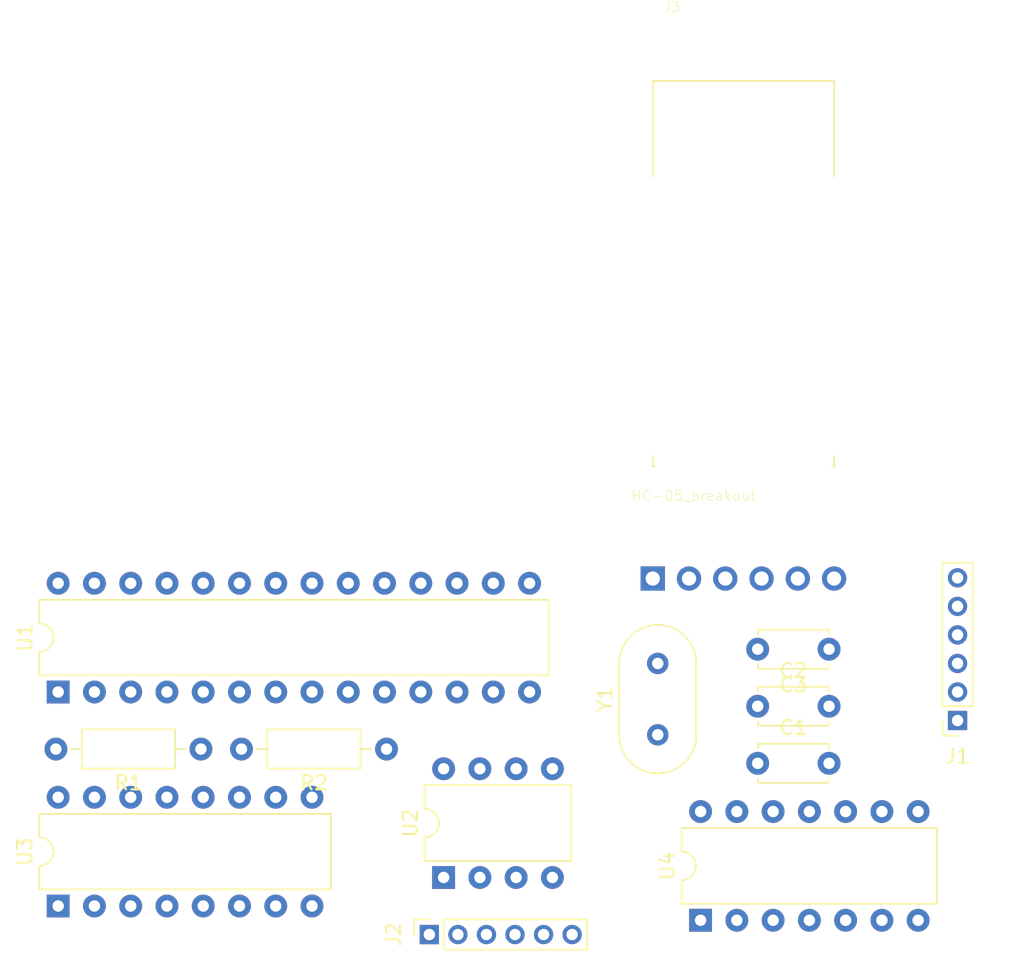
<source format=kicad_pcb>
(kicad_pcb (version 20171130) (host pcbnew "(5.1.2-1)-1")

  (general
    (thickness 1.6)
    (drawings 4)
    (tracks 0)
    (zones 0)
    (modules 13)
    (nets 42)
  )

  (page A4)
  (layers
    (0 F.Cu signal)
    (31 B.Cu signal)
    (32 B.Adhes user)
    (33 F.Adhes user)
    (34 B.Paste user)
    (35 F.Paste user)
    (36 B.SilkS user)
    (37 F.SilkS user)
    (38 B.Mask user)
    (39 F.Mask user)
    (40 Dwgs.User user)
    (41 Cmts.User user)
    (42 Eco1.User user)
    (43 Eco2.User user)
    (44 Edge.Cuts user)
    (45 Margin user)
    (46 B.CrtYd user)
    (47 F.CrtYd user)
    (48 B.Fab user)
    (49 F.Fab user)
  )

  (setup
    (last_trace_width 0.25)
    (trace_clearance 0.2)
    (zone_clearance 0.508)
    (zone_45_only no)
    (trace_min 0.2)
    (via_size 0.8)
    (via_drill 0.4)
    (via_min_size 0.4)
    (via_min_drill 0.3)
    (uvia_size 0.3)
    (uvia_drill 0.1)
    (uvias_allowed no)
    (uvia_min_size 0.2)
    (uvia_min_drill 0.1)
    (edge_width 0.05)
    (segment_width 0.2)
    (pcb_text_width 0.3)
    (pcb_text_size 1.5 1.5)
    (mod_edge_width 0.12)
    (mod_text_size 1 1)
    (mod_text_width 0.15)
    (pad_size 1.524 1.524)
    (pad_drill 0.762)
    (pad_to_mask_clearance 0.051)
    (solder_mask_min_width 0.25)
    (aux_axis_origin 0 0)
    (visible_elements FFFFFF7F)
    (pcbplotparams
      (layerselection 0x010fc_ffffffff)
      (usegerberextensions false)
      (usegerberattributes false)
      (usegerberadvancedattributes false)
      (creategerberjobfile false)
      (excludeedgelayer true)
      (linewidth 0.100000)
      (plotframeref false)
      (viasonmask false)
      (mode 1)
      (useauxorigin false)
      (hpglpennumber 1)
      (hpglpenspeed 20)
      (hpglpendiameter 15.000000)
      (psnegative false)
      (psa4output false)
      (plotreference true)
      (plotvalue true)
      (plotinvisibletext false)
      (padsonsilk false)
      (subtractmaskfromsilk false)
      (outputformat 1)
      (mirror false)
      (drillshape 1)
      (scaleselection 1)
      (outputdirectory ""))
  )

  (net 0 "")
  (net 1 GND)
  (net 2 "Net-(C1-Pad1)")
  (net 3 "Net-(C2-Pad1)")
  (net 4 VCC)
  (net 5 "Net-(J1-Pad5)")
  (net 6 "Net-(J1-Pad4)")
  (net 7 "Net-(J1-Pad3)")
  (net 8 "Net-(J1-Pad2)")
  (net 9 "Net-(J2-Pad5)")
  (net 10 "Net-(J2-Pad4)")
  (net 11 "Net-(J2-Pad3)")
  (net 12 "Net-(J2-Pad2)")
  (net 13 "Net-(J3-Pad6)")
  (net 14 "Net-(J3-Pad1)")
  (net 15 "Net-(J3-Pad2)")
  (net 16 "Net-(J3-Pad3)")
  (net 17 "Net-(U1-Pad28)")
  (net 18 "Net-(U1-Pad14)")
  (net 19 "Net-(U1-Pad27)")
  (net 20 "Net-(U1-Pad13)")
  (net 21 "Net-(U1-Pad26)")
  (net 22 "Net-(U1-Pad12)")
  (net 23 "Net-(U1-Pad25)")
  (net 24 "Net-(U1-Pad11)")
  (net 25 "Net-(U1-Pad24)")
  (net 26 "Net-(U1-Pad23)")
  (net 27 "Net-(U1-Pad21)")
  (net 28 "Net-(U1-Pad6)")
  (net 29 "Net-(U1-Pad19)")
  (net 30 "Net-(U1-Pad5)")
  (net 31 "Net-(U1-Pad18)")
  (net 32 "Net-(U1-Pad17)")
  (net 33 "Net-(U1-Pad16)")
  (net 34 "Net-(U1-Pad15)")
  (net 35 "Net-(U2-Pad2)")
  (net 36 "Net-(U3-Pad7)")
  (net 37 "Net-(U3-Pad13)")
  (net 38 "Net-(U3-Pad4)")
  (net 39 "Net-(U3-Pad11)")
  (net 40 "Net-(U3-Pad3)")
  (net 41 "Net-(U3-Pad2)")

  (net_class Default "This is the default net class."
    (clearance 0.2)
    (trace_width 0.25)
    (via_dia 0.8)
    (via_drill 0.4)
    (uvia_dia 0.3)
    (uvia_drill 0.1)
    (add_net GND)
    (add_net "Net-(C1-Pad1)")
    (add_net "Net-(C2-Pad1)")
    (add_net "Net-(J1-Pad2)")
    (add_net "Net-(J1-Pad3)")
    (add_net "Net-(J1-Pad4)")
    (add_net "Net-(J1-Pad5)")
    (add_net "Net-(J2-Pad2)")
    (add_net "Net-(J2-Pad3)")
    (add_net "Net-(J2-Pad4)")
    (add_net "Net-(J2-Pad5)")
    (add_net "Net-(J3-Pad1)")
    (add_net "Net-(J3-Pad2)")
    (add_net "Net-(J3-Pad3)")
    (add_net "Net-(J3-Pad6)")
    (add_net "Net-(U1-Pad11)")
    (add_net "Net-(U1-Pad12)")
    (add_net "Net-(U1-Pad13)")
    (add_net "Net-(U1-Pad14)")
    (add_net "Net-(U1-Pad15)")
    (add_net "Net-(U1-Pad16)")
    (add_net "Net-(U1-Pad17)")
    (add_net "Net-(U1-Pad18)")
    (add_net "Net-(U1-Pad19)")
    (add_net "Net-(U1-Pad21)")
    (add_net "Net-(U1-Pad23)")
    (add_net "Net-(U1-Pad24)")
    (add_net "Net-(U1-Pad25)")
    (add_net "Net-(U1-Pad26)")
    (add_net "Net-(U1-Pad27)")
    (add_net "Net-(U1-Pad28)")
    (add_net "Net-(U1-Pad5)")
    (add_net "Net-(U1-Pad6)")
    (add_net "Net-(U2-Pad2)")
    (add_net "Net-(U3-Pad11)")
    (add_net "Net-(U3-Pad13)")
    (add_net "Net-(U3-Pad2)")
    (add_net "Net-(U3-Pad3)")
    (add_net "Net-(U3-Pad4)")
    (add_net "Net-(U3-Pad7)")
    (add_net VCC)
  )

  (module Crystal:Resonator-2Pin_W10.0mm_H5.0mm (layer F.Cu) (tedit 5A0FD1B2) (tstamp 5CEB4B90)
    (at 152 49 90)
    (descr "Ceramic Resomator/Filter 10.0x5.0 RedFrequency MG/MT/MX series, http://www.red-frequency.com/download/datenblatt/redfrequency-datenblatt-ir-zta.pdf, length*width=10.0x5.0mm^2 package, package length=10.0mm, package width=5.0mm, 2 pins")
    (tags "THT ceramic resonator filter")
    (path /5D039C0A)
    (fp_text reference Y1 (at 2.5 -3.7 90) (layer F.SilkS)
      (effects (font (size 1 1) (thickness 0.15)))
    )
    (fp_text value 16Mhz (at 2.5 3.7 90) (layer F.Fab)
      (effects (font (size 1 1) (thickness 0.15)))
    )
    (fp_arc (start 5 0) (end 5 -2.7) (angle 180) (layer F.SilkS) (width 0.12))
    (fp_arc (start 0 0) (end 0 -2.7) (angle -180) (layer F.SilkS) (width 0.12))
    (fp_arc (start 5 0) (end 5 -2.5) (angle 180) (layer F.Fab) (width 0.1))
    (fp_arc (start 0 0) (end 0 -2.5) (angle -180) (layer F.Fab) (width 0.1))
    (fp_arc (start 5 0) (end 5 -2.5) (angle 180) (layer F.Fab) (width 0.1))
    (fp_arc (start 0 0) (end 0 -2.5) (angle -180) (layer F.Fab) (width 0.1))
    (fp_line (start 8 -3) (end -3 -3) (layer F.CrtYd) (width 0.05))
    (fp_line (start 8 3) (end 8 -3) (layer F.CrtYd) (width 0.05))
    (fp_line (start -3 3) (end 8 3) (layer F.CrtYd) (width 0.05))
    (fp_line (start -3 -3) (end -3 3) (layer F.CrtYd) (width 0.05))
    (fp_line (start 0 2.7) (end 5 2.7) (layer F.SilkS) (width 0.12))
    (fp_line (start 0 -2.7) (end 5 -2.7) (layer F.SilkS) (width 0.12))
    (fp_line (start 0 2.5) (end 5 2.5) (layer F.Fab) (width 0.1))
    (fp_line (start 0 -2.5) (end 5 -2.5) (layer F.Fab) (width 0.1))
    (fp_line (start 0 2.5) (end 5 2.5) (layer F.Fab) (width 0.1))
    (fp_line (start 0 -2.5) (end 5 -2.5) (layer F.Fab) (width 0.1))
    (fp_text user %R (at 2.5 0 90) (layer F.Fab)
      (effects (font (size 1 1) (thickness 0.15)))
    )
    (pad 2 thru_hole circle (at 5 0 90) (size 1.5 1.5) (drill 0.8) (layers *.Cu *.Mask)
      (net 2 "Net-(C1-Pad1)"))
    (pad 1 thru_hole circle (at 0 0 90) (size 1.5 1.5) (drill 0.8) (layers *.Cu *.Mask)
      (net 3 "Net-(C2-Pad1)"))
    (model ${KISYS3DMOD}/Crystal.3dshapes/Resonator-2Pin_W10.0mm_H5.0mm.wrl
      (at (xyz 0 0 0))
      (scale (xyz 1 1 1))
      (rotate (xyz 0 0 0))
    )
  )

  (module Package_DIP:DIP-14_W7.62mm (layer F.Cu) (tedit 5A02E8C5) (tstamp 5CEB4B79)
    (at 155 62 90)
    (descr "14-lead though-hole mounted DIP package, row spacing 7.62 mm (300 mils)")
    (tags "THT DIP DIL PDIP 2.54mm 7.62mm 300mil")
    (path /5D06B4B0)
    (fp_text reference U4 (at 3.81 -2.33 90) (layer F.SilkS)
      (effects (font (size 1 1) (thickness 0.15)))
    )
    (fp_text value HCF4066BE (at 3.81 17.57 90) (layer F.Fab)
      (effects (font (size 1 1) (thickness 0.15)))
    )
    (fp_text user %R (at 3.81 7.62 90) (layer F.Fab)
      (effects (font (size 1 1) (thickness 0.15)))
    )
    (fp_line (start 8.7 -1.55) (end -1.1 -1.55) (layer F.CrtYd) (width 0.05))
    (fp_line (start 8.7 16.8) (end 8.7 -1.55) (layer F.CrtYd) (width 0.05))
    (fp_line (start -1.1 16.8) (end 8.7 16.8) (layer F.CrtYd) (width 0.05))
    (fp_line (start -1.1 -1.55) (end -1.1 16.8) (layer F.CrtYd) (width 0.05))
    (fp_line (start 6.46 -1.33) (end 4.81 -1.33) (layer F.SilkS) (width 0.12))
    (fp_line (start 6.46 16.57) (end 6.46 -1.33) (layer F.SilkS) (width 0.12))
    (fp_line (start 1.16 16.57) (end 6.46 16.57) (layer F.SilkS) (width 0.12))
    (fp_line (start 1.16 -1.33) (end 1.16 16.57) (layer F.SilkS) (width 0.12))
    (fp_line (start 2.81 -1.33) (end 1.16 -1.33) (layer F.SilkS) (width 0.12))
    (fp_line (start 0.635 -0.27) (end 1.635 -1.27) (layer F.Fab) (width 0.1))
    (fp_line (start 0.635 16.51) (end 0.635 -0.27) (layer F.Fab) (width 0.1))
    (fp_line (start 6.985 16.51) (end 0.635 16.51) (layer F.Fab) (width 0.1))
    (fp_line (start 6.985 -1.27) (end 6.985 16.51) (layer F.Fab) (width 0.1))
    (fp_line (start 1.635 -1.27) (end 6.985 -1.27) (layer F.Fab) (width 0.1))
    (fp_arc (start 3.81 -1.33) (end 2.81 -1.33) (angle -180) (layer F.SilkS) (width 0.12))
    (pad 14 thru_hole oval (at 7.62 0 90) (size 1.6 1.6) (drill 0.8) (layers *.Cu *.Mask)
      (net 4 VCC))
    (pad 7 thru_hole oval (at 0 15.24 90) (size 1.6 1.6) (drill 0.8) (layers *.Cu *.Mask)
      (net 1 GND))
    (pad 13 thru_hole oval (at 7.62 2.54 90) (size 1.6 1.6) (drill 0.8) (layers *.Cu *.Mask)
      (net 28 "Net-(U1-Pad6)"))
    (pad 6 thru_hole oval (at 0 12.7 90) (size 1.6 1.6) (drill 0.8) (layers *.Cu *.Mask)
      (net 30 "Net-(U1-Pad5)"))
    (pad 12 thru_hole oval (at 7.62 5.08 90) (size 1.6 1.6) (drill 0.8) (layers *.Cu *.Mask)
      (net 30 "Net-(U1-Pad5)"))
    (pad 5 thru_hole oval (at 0 10.16 90) (size 1.6 1.6) (drill 0.8) (layers *.Cu *.Mask)
      (net 28 "Net-(U1-Pad6)"))
    (pad 11 thru_hole oval (at 7.62 7.62 90) (size 1.6 1.6) (drill 0.8) (layers *.Cu *.Mask)
      (net 11 "Net-(J2-Pad3)"))
    (pad 4 thru_hole oval (at 0 7.62 90) (size 1.6 1.6) (drill 0.8) (layers *.Cu *.Mask)
      (net 11 "Net-(J2-Pad3)"))
    (pad 10 thru_hole oval (at 7.62 10.16 90) (size 1.6 1.6) (drill 0.8) (layers *.Cu *.Mask)
      (net 16 "Net-(J3-Pad3)"))
    (pad 3 thru_hole oval (at 0 5.08 90) (size 1.6 1.6) (drill 0.8) (layers *.Cu *.Mask)
      (net 36 "Net-(U3-Pad7)"))
    (pad 9 thru_hole oval (at 7.62 12.7 90) (size 1.6 1.6) (drill 0.8) (layers *.Cu *.Mask)
      (net 12 "Net-(J2-Pad2)"))
    (pad 2 thru_hole oval (at 0 2.54 90) (size 1.6 1.6) (drill 0.8) (layers *.Cu *.Mask)
      (net 12 "Net-(J2-Pad2)"))
    (pad 8 thru_hole oval (at 7.62 15.24 90) (size 1.6 1.6) (drill 0.8) (layers *.Cu *.Mask)
      (net 15 "Net-(J3-Pad2)"))
    (pad 1 thru_hole rect (at 0 0 90) (size 1.6 1.6) (drill 0.8) (layers *.Cu *.Mask)
      (net 39 "Net-(U3-Pad11)"))
    (model ${KISYS3DMOD}/Package_DIP.3dshapes/DIP-14_W7.62mm.wrl
      (at (xyz 0 0 0))
      (scale (xyz 1 1 1))
      (rotate (xyz 0 0 0))
    )
  )

  (module Package_DIP:DIP-16_W7.62mm (layer F.Cu) (tedit 5A02E8C5) (tstamp 5CEB4B57)
    (at 110 61 90)
    (descr "16-lead though-hole mounted DIP package, row spacing 7.62 mm (300 mils)")
    (tags "THT DIP DIL PDIP 2.54mm 7.62mm 300mil")
    (path /5D04BDDE)
    (fp_text reference U3 (at 3.81 -2.33 90) (layer F.SilkS)
      (effects (font (size 1 1) (thickness 0.15)))
    )
    (fp_text value 74LS157 (at 3.81 20.11 90) (layer F.Fab)
      (effects (font (size 1 1) (thickness 0.15)))
    )
    (fp_text user %R (at 3.81 8.89 90) (layer F.Fab)
      (effects (font (size 1 1) (thickness 0.15)))
    )
    (fp_line (start 8.7 -1.55) (end -1.1 -1.55) (layer F.CrtYd) (width 0.05))
    (fp_line (start 8.7 19.3) (end 8.7 -1.55) (layer F.CrtYd) (width 0.05))
    (fp_line (start -1.1 19.3) (end 8.7 19.3) (layer F.CrtYd) (width 0.05))
    (fp_line (start -1.1 -1.55) (end -1.1 19.3) (layer F.CrtYd) (width 0.05))
    (fp_line (start 6.46 -1.33) (end 4.81 -1.33) (layer F.SilkS) (width 0.12))
    (fp_line (start 6.46 19.11) (end 6.46 -1.33) (layer F.SilkS) (width 0.12))
    (fp_line (start 1.16 19.11) (end 6.46 19.11) (layer F.SilkS) (width 0.12))
    (fp_line (start 1.16 -1.33) (end 1.16 19.11) (layer F.SilkS) (width 0.12))
    (fp_line (start 2.81 -1.33) (end 1.16 -1.33) (layer F.SilkS) (width 0.12))
    (fp_line (start 0.635 -0.27) (end 1.635 -1.27) (layer F.Fab) (width 0.1))
    (fp_line (start 0.635 19.05) (end 0.635 -0.27) (layer F.Fab) (width 0.1))
    (fp_line (start 6.985 19.05) (end 0.635 19.05) (layer F.Fab) (width 0.1))
    (fp_line (start 6.985 -1.27) (end 6.985 19.05) (layer F.Fab) (width 0.1))
    (fp_line (start 1.635 -1.27) (end 6.985 -1.27) (layer F.Fab) (width 0.1))
    (fp_arc (start 3.81 -1.33) (end 2.81 -1.33) (angle -180) (layer F.SilkS) (width 0.12))
    (pad 16 thru_hole oval (at 7.62 0 90) (size 1.6 1.6) (drill 0.8) (layers *.Cu *.Mask)
      (net 4 VCC))
    (pad 8 thru_hole oval (at 0 17.78 90) (size 1.6 1.6) (drill 0.8) (layers *.Cu *.Mask)
      (net 1 GND))
    (pad 15 thru_hole oval (at 7.62 2.54 90) (size 1.6 1.6) (drill 0.8) (layers *.Cu *.Mask)
      (net 1 GND))
    (pad 7 thru_hole oval (at 0 15.24 90) (size 1.6 1.6) (drill 0.8) (layers *.Cu *.Mask)
      (net 36 "Net-(U3-Pad7)"))
    (pad 14 thru_hole oval (at 7.62 5.08 90) (size 1.6 1.6) (drill 0.8) (layers *.Cu *.Mask)
      (net 29 "Net-(U1-Pad19)"))
    (pad 6 thru_hole oval (at 0 12.7 90) (size 1.6 1.6) (drill 0.8) (layers *.Cu *.Mask)
      (net 1 GND))
    (pad 13 thru_hole oval (at 7.62 7.62 90) (size 1.6 1.6) (drill 0.8) (layers *.Cu *.Mask)
      (net 37 "Net-(U3-Pad13)"))
    (pad 5 thru_hole oval (at 0 10.16 90) (size 1.6 1.6) (drill 0.8) (layers *.Cu *.Mask)
      (net 32 "Net-(U1-Pad17)"))
    (pad 12 thru_hole oval (at 7.62 10.16 90) (size 1.6 1.6) (drill 0.8) (layers *.Cu *.Mask)
      (net 9 "Net-(J2-Pad5)"))
    (pad 4 thru_hole oval (at 0 7.62 90) (size 1.6 1.6) (drill 0.8) (layers *.Cu *.Mask)
      (net 38 "Net-(U3-Pad4)"))
    (pad 11 thru_hole oval (at 7.62 12.7 90) (size 1.6 1.6) (drill 0.8) (layers *.Cu *.Mask)
      (net 39 "Net-(U3-Pad11)"))
    (pad 3 thru_hole oval (at 0 5.08 90) (size 1.6 1.6) (drill 0.8) (layers *.Cu *.Mask)
      (net 40 "Net-(U3-Pad3)"))
    (pad 10 thru_hole oval (at 7.62 15.24 90) (size 1.6 1.6) (drill 0.8) (layers *.Cu *.Mask)
      (net 35 "Net-(U2-Pad2)"))
    (pad 2 thru_hole oval (at 0 2.54 90) (size 1.6 1.6) (drill 0.8) (layers *.Cu *.Mask)
      (net 41 "Net-(U3-Pad2)"))
    (pad 9 thru_hole oval (at 7.62 17.78 90) (size 1.6 1.6) (drill 0.8) (layers *.Cu *.Mask)
      (net 31 "Net-(U1-Pad18)"))
    (pad 1 thru_hole rect (at 0 0 90) (size 1.6 1.6) (drill 0.8) (layers *.Cu *.Mask)
      (net 24 "Net-(U1-Pad11)"))
    (model ${KISYS3DMOD}/Package_DIP.3dshapes/DIP-16_W7.62mm.wrl
      (at (xyz 0 0 0))
      (scale (xyz 1 1 1))
      (rotate (xyz 0 0 0))
    )
  )

  (module Package_DIP:DIP-8_W7.62mm (layer F.Cu) (tedit 5A02E8C5) (tstamp 5CEB4B33)
    (at 137 59 90)
    (descr "8-lead though-hole mounted DIP package, row spacing 7.62 mm (300 mils)")
    (tags "THT DIP DIL PDIP 2.54mm 7.62mm 300mil")
    (path /5D0384C3)
    (fp_text reference U2 (at 3.81 -2.33 90) (layer F.SilkS)
      (effects (font (size 1 1) (thickness 0.15)))
    )
    (fp_text value W25Q32DIP (at 3.81 9.95 90) (layer F.Fab)
      (effects (font (size 1 1) (thickness 0.15)))
    )
    (fp_text user %R (at 3.81 3.81 90) (layer F.Fab)
      (effects (font (size 1 1) (thickness 0.15)))
    )
    (fp_line (start 8.7 -1.55) (end -1.1 -1.55) (layer F.CrtYd) (width 0.05))
    (fp_line (start 8.7 9.15) (end 8.7 -1.55) (layer F.CrtYd) (width 0.05))
    (fp_line (start -1.1 9.15) (end 8.7 9.15) (layer F.CrtYd) (width 0.05))
    (fp_line (start -1.1 -1.55) (end -1.1 9.15) (layer F.CrtYd) (width 0.05))
    (fp_line (start 6.46 -1.33) (end 4.81 -1.33) (layer F.SilkS) (width 0.12))
    (fp_line (start 6.46 8.95) (end 6.46 -1.33) (layer F.SilkS) (width 0.12))
    (fp_line (start 1.16 8.95) (end 6.46 8.95) (layer F.SilkS) (width 0.12))
    (fp_line (start 1.16 -1.33) (end 1.16 8.95) (layer F.SilkS) (width 0.12))
    (fp_line (start 2.81 -1.33) (end 1.16 -1.33) (layer F.SilkS) (width 0.12))
    (fp_line (start 0.635 -0.27) (end 1.635 -1.27) (layer F.Fab) (width 0.1))
    (fp_line (start 0.635 8.89) (end 0.635 -0.27) (layer F.Fab) (width 0.1))
    (fp_line (start 6.985 8.89) (end 0.635 8.89) (layer F.Fab) (width 0.1))
    (fp_line (start 6.985 -1.27) (end 6.985 8.89) (layer F.Fab) (width 0.1))
    (fp_line (start 1.635 -1.27) (end 6.985 -1.27) (layer F.Fab) (width 0.1))
    (fp_arc (start 3.81 -1.33) (end 2.81 -1.33) (angle -180) (layer F.SilkS) (width 0.12))
    (pad 8 thru_hole oval (at 7.62 0 90) (size 1.6 1.6) (drill 0.8) (layers *.Cu *.Mask)
      (net 4 VCC))
    (pad 4 thru_hole oval (at 0 7.62 90) (size 1.6 1.6) (drill 0.8) (layers *.Cu *.Mask)
      (net 1 GND))
    (pad 7 thru_hole oval (at 7.62 2.54 90) (size 1.6 1.6) (drill 0.8) (layers *.Cu *.Mask)
      (net 4 VCC))
    (pad 3 thru_hole oval (at 0 5.08 90) (size 1.6 1.6) (drill 0.8) (layers *.Cu *.Mask)
      (net 4 VCC))
    (pad 6 thru_hole oval (at 7.62 5.08 90) (size 1.6 1.6) (drill 0.8) (layers *.Cu *.Mask)
      (net 29 "Net-(U1-Pad19)"))
    (pad 2 thru_hole oval (at 0 2.54 90) (size 1.6 1.6) (drill 0.8) (layers *.Cu *.Mask)
      (net 35 "Net-(U2-Pad2)"))
    (pad 5 thru_hole oval (at 7.62 7.62 90) (size 1.6 1.6) (drill 0.8) (layers *.Cu *.Mask)
      (net 32 "Net-(U1-Pad17)"))
    (pad 1 thru_hole rect (at 0 0 90) (size 1.6 1.6) (drill 0.8) (layers *.Cu *.Mask)
      (net 33 "Net-(U1-Pad16)"))
    (model ${KISYS3DMOD}/Package_DIP.3dshapes/DIP-8_W7.62mm.wrl
      (at (xyz 0 0 0))
      (scale (xyz 1 1 1))
      (rotate (xyz 0 0 0))
    )
  )

  (module Package_DIP:DIP-28_W7.62mm (layer F.Cu) (tedit 5A02E8C5) (tstamp 5CEB4B17)
    (at 110 46 90)
    (descr "28-lead though-hole mounted DIP package, row spacing 7.62 mm (300 mils)")
    (tags "THT DIP DIL PDIP 2.54mm 7.62mm 300mil")
    (path /5D036493)
    (fp_text reference U1 (at 3.81 -2.33 90) (layer F.SilkS)
      (effects (font (size 1 1) (thickness 0.15)))
    )
    (fp_text value ATmega328P-PU (at 3.81 35.35 90) (layer F.Fab)
      (effects (font (size 1 1) (thickness 0.15)))
    )
    (fp_text user %R (at 3.81 16.51 90) (layer F.Fab)
      (effects (font (size 1 1) (thickness 0.15)))
    )
    (fp_line (start 8.7 -1.55) (end -1.1 -1.55) (layer F.CrtYd) (width 0.05))
    (fp_line (start 8.7 34.55) (end 8.7 -1.55) (layer F.CrtYd) (width 0.05))
    (fp_line (start -1.1 34.55) (end 8.7 34.55) (layer F.CrtYd) (width 0.05))
    (fp_line (start -1.1 -1.55) (end -1.1 34.55) (layer F.CrtYd) (width 0.05))
    (fp_line (start 6.46 -1.33) (end 4.81 -1.33) (layer F.SilkS) (width 0.12))
    (fp_line (start 6.46 34.35) (end 6.46 -1.33) (layer F.SilkS) (width 0.12))
    (fp_line (start 1.16 34.35) (end 6.46 34.35) (layer F.SilkS) (width 0.12))
    (fp_line (start 1.16 -1.33) (end 1.16 34.35) (layer F.SilkS) (width 0.12))
    (fp_line (start 2.81 -1.33) (end 1.16 -1.33) (layer F.SilkS) (width 0.12))
    (fp_line (start 0.635 -0.27) (end 1.635 -1.27) (layer F.Fab) (width 0.1))
    (fp_line (start 0.635 34.29) (end 0.635 -0.27) (layer F.Fab) (width 0.1))
    (fp_line (start 6.985 34.29) (end 0.635 34.29) (layer F.Fab) (width 0.1))
    (fp_line (start 6.985 -1.27) (end 6.985 34.29) (layer F.Fab) (width 0.1))
    (fp_line (start 1.635 -1.27) (end 6.985 -1.27) (layer F.Fab) (width 0.1))
    (fp_arc (start 3.81 -1.33) (end 2.81 -1.33) (angle -180) (layer F.SilkS) (width 0.12))
    (pad 28 thru_hole oval (at 7.62 0 90) (size 1.6 1.6) (drill 0.8) (layers *.Cu *.Mask)
      (net 17 "Net-(U1-Pad28)"))
    (pad 14 thru_hole oval (at 0 33.02 90) (size 1.6 1.6) (drill 0.8) (layers *.Cu *.Mask)
      (net 18 "Net-(U1-Pad14)"))
    (pad 27 thru_hole oval (at 7.62 2.54 90) (size 1.6 1.6) (drill 0.8) (layers *.Cu *.Mask)
      (net 19 "Net-(U1-Pad27)"))
    (pad 13 thru_hole oval (at 0 30.48 90) (size 1.6 1.6) (drill 0.8) (layers *.Cu *.Mask)
      (net 20 "Net-(U1-Pad13)"))
    (pad 26 thru_hole oval (at 7.62 5.08 90) (size 1.6 1.6) (drill 0.8) (layers *.Cu *.Mask)
      (net 21 "Net-(U1-Pad26)"))
    (pad 12 thru_hole oval (at 0 27.94 90) (size 1.6 1.6) (drill 0.8) (layers *.Cu *.Mask)
      (net 22 "Net-(U1-Pad12)"))
    (pad 25 thru_hole oval (at 7.62 7.62 90) (size 1.6 1.6) (drill 0.8) (layers *.Cu *.Mask)
      (net 23 "Net-(U1-Pad25)"))
    (pad 11 thru_hole oval (at 0 25.4 90) (size 1.6 1.6) (drill 0.8) (layers *.Cu *.Mask)
      (net 24 "Net-(U1-Pad11)"))
    (pad 24 thru_hole oval (at 7.62 10.16 90) (size 1.6 1.6) (drill 0.8) (layers *.Cu *.Mask)
      (net 25 "Net-(U1-Pad24)"))
    (pad 10 thru_hole oval (at 0 22.86 90) (size 1.6 1.6) (drill 0.8) (layers *.Cu *.Mask)
      (net 2 "Net-(C1-Pad1)"))
    (pad 23 thru_hole oval (at 7.62 12.7 90) (size 1.6 1.6) (drill 0.8) (layers *.Cu *.Mask)
      (net 26 "Net-(U1-Pad23)"))
    (pad 9 thru_hole oval (at 0 20.32 90) (size 1.6 1.6) (drill 0.8) (layers *.Cu *.Mask)
      (net 3 "Net-(C2-Pad1)"))
    (pad 22 thru_hole oval (at 7.62 15.24 90) (size 1.6 1.6) (drill 0.8) (layers *.Cu *.Mask)
      (net 1 GND))
    (pad 8 thru_hole oval (at 0 17.78 90) (size 1.6 1.6) (drill 0.8) (layers *.Cu *.Mask)
      (net 1 GND))
    (pad 21 thru_hole oval (at 7.62 17.78 90) (size 1.6 1.6) (drill 0.8) (layers *.Cu *.Mask)
      (net 27 "Net-(U1-Pad21)"))
    (pad 7 thru_hole oval (at 0 15.24 90) (size 1.6 1.6) (drill 0.8) (layers *.Cu *.Mask)
      (net 4 VCC))
    (pad 20 thru_hole oval (at 7.62 20.32 90) (size 1.6 1.6) (drill 0.8) (layers *.Cu *.Mask)
      (net 4 VCC))
    (pad 6 thru_hole oval (at 0 12.7 90) (size 1.6 1.6) (drill 0.8) (layers *.Cu *.Mask)
      (net 28 "Net-(U1-Pad6)"))
    (pad 19 thru_hole oval (at 7.62 22.86 90) (size 1.6 1.6) (drill 0.8) (layers *.Cu *.Mask)
      (net 29 "Net-(U1-Pad19)"))
    (pad 5 thru_hole oval (at 0 10.16 90) (size 1.6 1.6) (drill 0.8) (layers *.Cu *.Mask)
      (net 30 "Net-(U1-Pad5)"))
    (pad 18 thru_hole oval (at 7.62 25.4 90) (size 1.6 1.6) (drill 0.8) (layers *.Cu *.Mask)
      (net 31 "Net-(U1-Pad18)"))
    (pad 4 thru_hole oval (at 0 7.62 90) (size 1.6 1.6) (drill 0.8) (layers *.Cu *.Mask)
      (net 5 "Net-(J1-Pad5)"))
    (pad 17 thru_hole oval (at 7.62 27.94 90) (size 1.6 1.6) (drill 0.8) (layers *.Cu *.Mask)
      (net 32 "Net-(U1-Pad17)"))
    (pad 3 thru_hole oval (at 0 5.08 90) (size 1.6 1.6) (drill 0.8) (layers *.Cu *.Mask)
      (net 6 "Net-(J1-Pad4)"))
    (pad 16 thru_hole oval (at 7.62 30.48 90) (size 1.6 1.6) (drill 0.8) (layers *.Cu *.Mask)
      (net 33 "Net-(U1-Pad16)"))
    (pad 2 thru_hole oval (at 0 2.54 90) (size 1.6 1.6) (drill 0.8) (layers *.Cu *.Mask)
      (net 7 "Net-(J1-Pad3)"))
    (pad 15 thru_hole oval (at 7.62 33.02 90) (size 1.6 1.6) (drill 0.8) (layers *.Cu *.Mask)
      (net 34 "Net-(U1-Pad15)"))
    (pad 1 thru_hole rect (at 0 0 90) (size 1.6 1.6) (drill 0.8) (layers *.Cu *.Mask)
      (net 8 "Net-(J1-Pad2)"))
    (model ${KISYS3DMOD}/Package_DIP.3dshapes/DIP-28_W7.62mm.wrl
      (at (xyz 0 0 0))
      (scale (xyz 1 1 1))
      (rotate (xyz 0 0 0))
    )
  )

  (module Resistor_THT:R_Axial_DIN0207_L6.3mm_D2.5mm_P10.16mm_Horizontal (layer F.Cu) (tedit 5AE5139B) (tstamp 5CEB4AE7)
    (at 133 50 180)
    (descr "Resistor, Axial_DIN0207 series, Axial, Horizontal, pin pitch=10.16mm, 0.25W = 1/4W, length*diameter=6.3*2.5mm^2, http://cdn-reichelt.de/documents/datenblatt/B400/1_4W%23YAG.pdf")
    (tags "Resistor Axial_DIN0207 series Axial Horizontal pin pitch 10.16mm 0.25W = 1/4W length 6.3mm diameter 2.5mm")
    (path /5D049EC7)
    (fp_text reference R2 (at 5.08 -2.37) (layer F.SilkS)
      (effects (font (size 1 1) (thickness 0.15)))
    )
    (fp_text value 1K (at 5.08 2.37) (layer F.Fab)
      (effects (font (size 1 1) (thickness 0.15)))
    )
    (fp_text user %R (at 5.08 0) (layer F.Fab)
      (effects (font (size 1 1) (thickness 0.15)))
    )
    (fp_line (start 11.21 -1.5) (end -1.05 -1.5) (layer F.CrtYd) (width 0.05))
    (fp_line (start 11.21 1.5) (end 11.21 -1.5) (layer F.CrtYd) (width 0.05))
    (fp_line (start -1.05 1.5) (end 11.21 1.5) (layer F.CrtYd) (width 0.05))
    (fp_line (start -1.05 -1.5) (end -1.05 1.5) (layer F.CrtYd) (width 0.05))
    (fp_line (start 9.12 0) (end 8.35 0) (layer F.SilkS) (width 0.12))
    (fp_line (start 1.04 0) (end 1.81 0) (layer F.SilkS) (width 0.12))
    (fp_line (start 8.35 -1.37) (end 1.81 -1.37) (layer F.SilkS) (width 0.12))
    (fp_line (start 8.35 1.37) (end 8.35 -1.37) (layer F.SilkS) (width 0.12))
    (fp_line (start 1.81 1.37) (end 8.35 1.37) (layer F.SilkS) (width 0.12))
    (fp_line (start 1.81 -1.37) (end 1.81 1.37) (layer F.SilkS) (width 0.12))
    (fp_line (start 10.16 0) (end 8.23 0) (layer F.Fab) (width 0.1))
    (fp_line (start 0 0) (end 1.93 0) (layer F.Fab) (width 0.1))
    (fp_line (start 8.23 -1.25) (end 1.93 -1.25) (layer F.Fab) (width 0.1))
    (fp_line (start 8.23 1.25) (end 8.23 -1.25) (layer F.Fab) (width 0.1))
    (fp_line (start 1.93 1.25) (end 8.23 1.25) (layer F.Fab) (width 0.1))
    (fp_line (start 1.93 -1.25) (end 1.93 1.25) (layer F.Fab) (width 0.1))
    (pad 2 thru_hole oval (at 10.16 0 180) (size 1.6 1.6) (drill 0.8) (layers *.Cu *.Mask)
      (net 1 GND))
    (pad 1 thru_hole circle (at 0 0 180) (size 1.6 1.6) (drill 0.8) (layers *.Cu *.Mask)
      (net 5 "Net-(J1-Pad5)"))
    (model ${KISYS3DMOD}/Resistor_THT.3dshapes/R_Axial_DIN0207_L6.3mm_D2.5mm_P10.16mm_Horizontal.wrl
      (at (xyz 0 0 0))
      (scale (xyz 1 1 1))
      (rotate (xyz 0 0 0))
    )
  )

  (module Resistor_THT:R_Axial_DIN0207_L6.3mm_D2.5mm_P10.16mm_Horizontal (layer F.Cu) (tedit 5AE5139B) (tstamp 5CEB4AD0)
    (at 120 50 180)
    (descr "Resistor, Axial_DIN0207 series, Axial, Horizontal, pin pitch=10.16mm, 0.25W = 1/4W, length*diameter=6.3*2.5mm^2, http://cdn-reichelt.de/documents/datenblatt/B400/1_4W%23YAG.pdf")
    (tags "Resistor Axial_DIN0207 series Axial Horizontal pin pitch 10.16mm 0.25W = 1/4W length 6.3mm diameter 2.5mm")
    (path /5D042C79)
    (fp_text reference R1 (at 5.08 -2.37) (layer F.SilkS)
      (effects (font (size 1 1) (thickness 0.15)))
    )
    (fp_text value 10K (at 5.08 2.37) (layer F.Fab)
      (effects (font (size 1 1) (thickness 0.15)))
    )
    (fp_text user %R (at 5.08 0) (layer F.Fab)
      (effects (font (size 1 1) (thickness 0.15)))
    )
    (fp_line (start 11.21 -1.5) (end -1.05 -1.5) (layer F.CrtYd) (width 0.05))
    (fp_line (start 11.21 1.5) (end 11.21 -1.5) (layer F.CrtYd) (width 0.05))
    (fp_line (start -1.05 1.5) (end 11.21 1.5) (layer F.CrtYd) (width 0.05))
    (fp_line (start -1.05 -1.5) (end -1.05 1.5) (layer F.CrtYd) (width 0.05))
    (fp_line (start 9.12 0) (end 8.35 0) (layer F.SilkS) (width 0.12))
    (fp_line (start 1.04 0) (end 1.81 0) (layer F.SilkS) (width 0.12))
    (fp_line (start 8.35 -1.37) (end 1.81 -1.37) (layer F.SilkS) (width 0.12))
    (fp_line (start 8.35 1.37) (end 8.35 -1.37) (layer F.SilkS) (width 0.12))
    (fp_line (start 1.81 1.37) (end 8.35 1.37) (layer F.SilkS) (width 0.12))
    (fp_line (start 1.81 -1.37) (end 1.81 1.37) (layer F.SilkS) (width 0.12))
    (fp_line (start 10.16 0) (end 8.23 0) (layer F.Fab) (width 0.1))
    (fp_line (start 0 0) (end 1.93 0) (layer F.Fab) (width 0.1))
    (fp_line (start 8.23 -1.25) (end 1.93 -1.25) (layer F.Fab) (width 0.1))
    (fp_line (start 8.23 1.25) (end 8.23 -1.25) (layer F.Fab) (width 0.1))
    (fp_line (start 1.93 1.25) (end 8.23 1.25) (layer F.Fab) (width 0.1))
    (fp_line (start 1.93 -1.25) (end 1.93 1.25) (layer F.Fab) (width 0.1))
    (pad 2 thru_hole oval (at 10.16 0 180) (size 1.6 1.6) (drill 0.8) (layers *.Cu *.Mask)
      (net 8 "Net-(J1-Pad2)"))
    (pad 1 thru_hole circle (at 0 0 180) (size 1.6 1.6) (drill 0.8) (layers *.Cu *.Mask)
      (net 4 VCC))
    (model ${KISYS3DMOD}/Resistor_THT.3dshapes/R_Axial_DIN0207_L6.3mm_D2.5mm_P10.16mm_Horizontal.wrl
      (at (xyz 0 0 0))
      (scale (xyz 1 1 1))
      (rotate (xyz 0 0 0))
    )
  )

  (module Sensor:HC-05_breakout (layer F.Cu) (tedit 5CEAF249) (tstamp 5CEB4AB9)
    (at 158 17)
    (path /5D12A03D)
    (attr smd)
    (fp_text reference J3 (at -5 -19) (layer F.SilkS)
      (effects (font (size 0.700643 0.700643) (thickness 0.05)))
    )
    (fp_text value HC-05_breakout (at -3.49194 15.2518) (layer F.SilkS)
      (effects (font (size 0.701231 0.701231) (thickness 0.05)))
    )
    (fp_text user DIP-4_W7.62mm (at -3.04 -7.58) (layer F.Fab)
      (effects (font (size 1 1) (thickness 0.15)))
    )
    (fp_line (start -8 -14) (end -8 23) (layer F.CrtYd) (width 0.05))
    (fp_line (start -8 23) (end 8 23) (layer F.CrtYd) (width 0.05))
    (fp_line (start 8 23) (end 8 -14) (layer F.CrtYd) (width 0.05))
    (fp_line (start 8 -14) (end -8 -14) (layer F.CrtYd) (width 0.05))
    (fp_text user %R (at 0 24.15 180) (layer F.Fab)
      (effects (font (size 1 1) (thickness 0.15)))
    )
    (fp_poly (pts (xy -6.35 -13.85) (xy 6.35 -13.85) (xy 6.35 -6.95) (xy -6.35 -6.95)) (layer Dwgs.User) (width 0))
    (fp_poly (pts (xy -6.35 -13.85) (xy 6.35 -13.85) (xy 6.35 -6.95) (xy -6.35 -6.95)) (layer Dwgs.User) (width 0))
    (fp_poly (pts (xy -6.35 -13.85) (xy 6.35 -13.85) (xy 6.35 -6.95) (xy -6.35 -6.95)) (layer Dwgs.User) (width 0))
    (fp_line (start -7.25 14.075) (end -7.25 -14.075) (layer Eco1.User) (width 0.05))
    (fp_line (start 7.25 14.075) (end -7.25 14.075) (layer Eco1.User) (width 0.05))
    (fp_line (start 7.25 -14.075) (end 7.25 14.075) (layer Eco1.User) (width 0.05))
    (fp_line (start -7.25 -14.075) (end 7.25 -14.075) (layer Eco1.User) (width 0.05))
    (fp_line (start 6.35 13.175) (end 6.35 12.495) (layer F.SilkS) (width 0.127))
    (fp_line (start 6.22 13.175) (end 6.35 13.175) (layer F.SilkS) (width 0.127))
    (fp_line (start -6.35 13.175) (end -6.22 13.175) (layer F.SilkS) (width 0.127))
    (fp_line (start -6.35 12.495) (end -6.35 13.175) (layer F.SilkS) (width 0.127))
    (fp_line (start 6.35 -13.825) (end 6.35 -7.145) (layer F.SilkS) (width 0.127))
    (fp_line (start -6.35 -13.825) (end 6.35 -13.825) (layer F.SilkS) (width 0.127))
    (fp_line (start -6.35 -7.145) (end -6.35 -13.825) (layer F.SilkS) (width 0.127))
    (pad 6 thru_hole oval (at 6.35 21.05 90) (size 1.7 1.7) (drill 1) (layers *.Cu *.Mask)
      (net 13 "Net-(J3-Pad6)"))
    (pad 1 thru_hole rect (at -6.35 21.05 90) (size 1.7 1.7) (drill 1) (layers *.Cu *.Mask)
      (net 14 "Net-(J3-Pad1)"))
    (pad 2 thru_hole oval (at -3.81 21.05 90) (size 1.7 1.7) (drill 1) (layers *.Cu *.Mask)
      (net 15 "Net-(J3-Pad2)"))
    (pad 3 thru_hole oval (at -1.27 21.05 90) (size 1.7 1.7) (drill 1) (layers *.Cu *.Mask)
      (net 16 "Net-(J3-Pad3)"))
    (pad 4 thru_hole oval (at 1.27 21.05 90) (size 1.7 1.7) (drill 1) (layers *.Cu *.Mask)
      (net 1 GND))
    (pad 5 thru_hole oval (at 3.81 21.05 90) (size 1.7 1.7) (drill 1) (layers *.Cu *.Mask)
      (net 4 VCC))
  )

  (module Connector_PinSocket_2.00mm:PinSocket_1x06_P2.00mm_Vertical (layer F.Cu) (tedit 5A19A421) (tstamp 5CEB4A9B)
    (at 136 63 90)
    (descr "Through hole straight socket strip, 1x06, 2.00mm pitch, single row (from Kicad 4.0.7), script generated")
    (tags "Through hole socket strip THT 1x06 2.00mm single row")
    (path /5D07EB8A)
    (fp_text reference J2 (at 0 -2.5 90) (layer F.SilkS)
      (effects (font (size 1 1) (thickness 0.15)))
    )
    (fp_text value GBA (at 0 12.5 90) (layer F.Fab)
      (effects (font (size 1 1) (thickness 0.15)))
    )
    (fp_text user %R (at 0 5) (layer F.Fab)
      (effects (font (size 1 1) (thickness 0.15)))
    )
    (fp_line (start -1.5 11.5) (end -1.5 -1.5) (layer F.CrtYd) (width 0.05))
    (fp_line (start 1.5 11.5) (end -1.5 11.5) (layer F.CrtYd) (width 0.05))
    (fp_line (start 1.5 -1.5) (end 1.5 11.5) (layer F.CrtYd) (width 0.05))
    (fp_line (start -1.5 -1.5) (end 1.5 -1.5) (layer F.CrtYd) (width 0.05))
    (fp_line (start 0 -1.06) (end 1.06 -1.06) (layer F.SilkS) (width 0.12))
    (fp_line (start 1.06 -1.06) (end 1.06 0) (layer F.SilkS) (width 0.12))
    (fp_line (start 1.06 1) (end 1.06 11.06) (layer F.SilkS) (width 0.12))
    (fp_line (start -1.06 11.06) (end 1.06 11.06) (layer F.SilkS) (width 0.12))
    (fp_line (start -1.06 1) (end -1.06 11.06) (layer F.SilkS) (width 0.12))
    (fp_line (start -1.06 1) (end 1.06 1) (layer F.SilkS) (width 0.12))
    (fp_line (start -1 11) (end -1 -1) (layer F.Fab) (width 0.1))
    (fp_line (start 1 11) (end -1 11) (layer F.Fab) (width 0.1))
    (fp_line (start 1 -0.5) (end 1 11) (layer F.Fab) (width 0.1))
    (fp_line (start 0.5 -1) (end 1 -0.5) (layer F.Fab) (width 0.1))
    (fp_line (start -1 -1) (end 0.5 -1) (layer F.Fab) (width 0.1))
    (pad 6 thru_hole oval (at 0 10 90) (size 1.35 1.35) (drill 0.8) (layers *.Cu *.Mask)
      (net 1 GND))
    (pad 5 thru_hole oval (at 0 8 90) (size 1.35 1.35) (drill 0.8) (layers *.Cu *.Mask)
      (net 9 "Net-(J2-Pad5)"))
    (pad 4 thru_hole oval (at 0 6 90) (size 1.35 1.35) (drill 0.8) (layers *.Cu *.Mask)
      (net 10 "Net-(J2-Pad4)"))
    (pad 3 thru_hole oval (at 0 4 90) (size 1.35 1.35) (drill 0.8) (layers *.Cu *.Mask)
      (net 11 "Net-(J2-Pad3)"))
    (pad 2 thru_hole oval (at 0 2 90) (size 1.35 1.35) (drill 0.8) (layers *.Cu *.Mask)
      (net 12 "Net-(J2-Pad2)"))
    (pad 1 thru_hole rect (at 0 0 90) (size 1.35 1.35) (drill 0.8) (layers *.Cu *.Mask)
      (net 4 VCC))
    (model ${KISYS3DMOD}/Connector_PinSocket_2.00mm.3dshapes/PinSocket_1x06_P2.00mm_Vertical.wrl
      (at (xyz 0 0 0))
      (scale (xyz 1 1 1))
      (rotate (xyz 0 0 0))
    )
  )

  (module Connector_PinSocket_2.00mm:PinSocket_1x06_P2.00mm_Vertical (layer F.Cu) (tedit 5A19A421) (tstamp 5CEB4A81)
    (at 173 48 180)
    (descr "Through hole straight socket strip, 1x06, 2.00mm pitch, single row (from Kicad 4.0.7), script generated")
    (tags "Through hole socket strip THT 1x06 2.00mm single row")
    (path /5D03F034)
    (fp_text reference J1 (at 0 -2.5) (layer F.SilkS)
      (effects (font (size 1 1) (thickness 0.15)))
    )
    (fp_text value Conn_01x06 (at 0 12.5) (layer F.Fab)
      (effects (font (size 1 1) (thickness 0.15)))
    )
    (fp_text user %R (at 0 5 90) (layer F.Fab)
      (effects (font (size 1 1) (thickness 0.15)))
    )
    (fp_line (start -1.5 11.5) (end -1.5 -1.5) (layer F.CrtYd) (width 0.05))
    (fp_line (start 1.5 11.5) (end -1.5 11.5) (layer F.CrtYd) (width 0.05))
    (fp_line (start 1.5 -1.5) (end 1.5 11.5) (layer F.CrtYd) (width 0.05))
    (fp_line (start -1.5 -1.5) (end 1.5 -1.5) (layer F.CrtYd) (width 0.05))
    (fp_line (start 0 -1.06) (end 1.06 -1.06) (layer F.SilkS) (width 0.12))
    (fp_line (start 1.06 -1.06) (end 1.06 0) (layer F.SilkS) (width 0.12))
    (fp_line (start 1.06 1) (end 1.06 11.06) (layer F.SilkS) (width 0.12))
    (fp_line (start -1.06 11.06) (end 1.06 11.06) (layer F.SilkS) (width 0.12))
    (fp_line (start -1.06 1) (end -1.06 11.06) (layer F.SilkS) (width 0.12))
    (fp_line (start -1.06 1) (end 1.06 1) (layer F.SilkS) (width 0.12))
    (fp_line (start -1 11) (end -1 -1) (layer F.Fab) (width 0.1))
    (fp_line (start 1 11) (end -1 11) (layer F.Fab) (width 0.1))
    (fp_line (start 1 -0.5) (end 1 11) (layer F.Fab) (width 0.1))
    (fp_line (start 0.5 -1) (end 1 -0.5) (layer F.Fab) (width 0.1))
    (fp_line (start -1 -1) (end 0.5 -1) (layer F.Fab) (width 0.1))
    (pad 6 thru_hole oval (at 0 10 180) (size 1.35 1.35) (drill 0.8) (layers *.Cu *.Mask)
      (net 1 GND))
    (pad 5 thru_hole oval (at 0 8 180) (size 1.35 1.35) (drill 0.8) (layers *.Cu *.Mask)
      (net 5 "Net-(J1-Pad5)"))
    (pad 4 thru_hole oval (at 0 6 180) (size 1.35 1.35) (drill 0.8) (layers *.Cu *.Mask)
      (net 6 "Net-(J1-Pad4)"))
    (pad 3 thru_hole oval (at 0 4 180) (size 1.35 1.35) (drill 0.8) (layers *.Cu *.Mask)
      (net 7 "Net-(J1-Pad3)"))
    (pad 2 thru_hole oval (at 0 2 180) (size 1.35 1.35) (drill 0.8) (layers *.Cu *.Mask)
      (net 8 "Net-(J1-Pad2)"))
    (pad 1 thru_hole rect (at 0 0 180) (size 1.35 1.35) (drill 0.8) (layers *.Cu *.Mask)
      (net 4 VCC))
    (model ${KISYS3DMOD}/Connector_PinSocket_2.00mm.3dshapes/PinSocket_1x06_P2.00mm_Vertical.wrl
      (at (xyz 0 0 0))
      (scale (xyz 1 1 1))
      (rotate (xyz 0 0 0))
    )
  )

  (module Capacitor_THT:C_Disc_D4.7mm_W2.5mm_P5.00mm (layer F.Cu) (tedit 5AE50EF0) (tstamp 5CEB4A67)
    (at 164 43 180)
    (descr "C, Disc series, Radial, pin pitch=5.00mm, , diameter*width=4.7*2.5mm^2, Capacitor, http://www.vishay.com/docs/45233/krseries.pdf")
    (tags "C Disc series Radial pin pitch 5.00mm  diameter 4.7mm width 2.5mm Capacitor")
    (path /5D04FA93)
    (fp_text reference C3 (at 2.5 -2.5) (layer F.SilkS)
      (effects (font (size 1 1) (thickness 0.15)))
    )
    (fp_text value 0.1uF (at 2.5 2.5) (layer F.Fab)
      (effects (font (size 1 1) (thickness 0.15)))
    )
    (fp_text user %R (at 2.5 0) (layer F.Fab)
      (effects (font (size 0.94 0.94) (thickness 0.141)))
    )
    (fp_line (start 6.05 -1.5) (end -1.05 -1.5) (layer F.CrtYd) (width 0.05))
    (fp_line (start 6.05 1.5) (end 6.05 -1.5) (layer F.CrtYd) (width 0.05))
    (fp_line (start -1.05 1.5) (end 6.05 1.5) (layer F.CrtYd) (width 0.05))
    (fp_line (start -1.05 -1.5) (end -1.05 1.5) (layer F.CrtYd) (width 0.05))
    (fp_line (start 4.97 1.055) (end 4.97 1.37) (layer F.SilkS) (width 0.12))
    (fp_line (start 4.97 -1.37) (end 4.97 -1.055) (layer F.SilkS) (width 0.12))
    (fp_line (start 0.03 1.055) (end 0.03 1.37) (layer F.SilkS) (width 0.12))
    (fp_line (start 0.03 -1.37) (end 0.03 -1.055) (layer F.SilkS) (width 0.12))
    (fp_line (start 0.03 1.37) (end 4.97 1.37) (layer F.SilkS) (width 0.12))
    (fp_line (start 0.03 -1.37) (end 4.97 -1.37) (layer F.SilkS) (width 0.12))
    (fp_line (start 4.85 -1.25) (end 0.15 -1.25) (layer F.Fab) (width 0.1))
    (fp_line (start 4.85 1.25) (end 4.85 -1.25) (layer F.Fab) (width 0.1))
    (fp_line (start 0.15 1.25) (end 4.85 1.25) (layer F.Fab) (width 0.1))
    (fp_line (start 0.15 -1.25) (end 0.15 1.25) (layer F.Fab) (width 0.1))
    (pad 2 thru_hole circle (at 5 0 180) (size 1.6 1.6) (drill 0.8) (layers *.Cu *.Mask)
      (net 1 GND))
    (pad 1 thru_hole circle (at 0 0 180) (size 1.6 1.6) (drill 0.8) (layers *.Cu *.Mask)
      (net 4 VCC))
    (model ${KISYS3DMOD}/Capacitor_THT.3dshapes/C_Disc_D4.7mm_W2.5mm_P5.00mm.wrl
      (at (xyz 0 0 0))
      (scale (xyz 1 1 1))
      (rotate (xyz 0 0 0))
    )
  )

  (module Capacitor_THT:C_Disc_D4.7mm_W2.5mm_P5.00mm (layer F.Cu) (tedit 5AE50EF0) (tstamp 5CEB4A52)
    (at 159 47)
    (descr "C, Disc series, Radial, pin pitch=5.00mm, , diameter*width=4.7*2.5mm^2, Capacitor, http://www.vishay.com/docs/45233/krseries.pdf")
    (tags "C Disc series Radial pin pitch 5.00mm  diameter 4.7mm width 2.5mm Capacitor")
    (path /5D03CEDC)
    (fp_text reference C2 (at 2.5 -2.5) (layer F.SilkS)
      (effects (font (size 1 1) (thickness 0.15)))
    )
    (fp_text value 22pF (at 2.5 2.5) (layer F.Fab)
      (effects (font (size 1 1) (thickness 0.15)))
    )
    (fp_text user %R (at 2.5 0) (layer F.Fab)
      (effects (font (size 0.94 0.94) (thickness 0.141)))
    )
    (fp_line (start 6.05 -1.5) (end -1.05 -1.5) (layer F.CrtYd) (width 0.05))
    (fp_line (start 6.05 1.5) (end 6.05 -1.5) (layer F.CrtYd) (width 0.05))
    (fp_line (start -1.05 1.5) (end 6.05 1.5) (layer F.CrtYd) (width 0.05))
    (fp_line (start -1.05 -1.5) (end -1.05 1.5) (layer F.CrtYd) (width 0.05))
    (fp_line (start 4.97 1.055) (end 4.97 1.37) (layer F.SilkS) (width 0.12))
    (fp_line (start 4.97 -1.37) (end 4.97 -1.055) (layer F.SilkS) (width 0.12))
    (fp_line (start 0.03 1.055) (end 0.03 1.37) (layer F.SilkS) (width 0.12))
    (fp_line (start 0.03 -1.37) (end 0.03 -1.055) (layer F.SilkS) (width 0.12))
    (fp_line (start 0.03 1.37) (end 4.97 1.37) (layer F.SilkS) (width 0.12))
    (fp_line (start 0.03 -1.37) (end 4.97 -1.37) (layer F.SilkS) (width 0.12))
    (fp_line (start 4.85 -1.25) (end 0.15 -1.25) (layer F.Fab) (width 0.1))
    (fp_line (start 4.85 1.25) (end 4.85 -1.25) (layer F.Fab) (width 0.1))
    (fp_line (start 0.15 1.25) (end 4.85 1.25) (layer F.Fab) (width 0.1))
    (fp_line (start 0.15 -1.25) (end 0.15 1.25) (layer F.Fab) (width 0.1))
    (pad 2 thru_hole circle (at 5 0) (size 1.6 1.6) (drill 0.8) (layers *.Cu *.Mask)
      (net 1 GND))
    (pad 1 thru_hole circle (at 0 0) (size 1.6 1.6) (drill 0.8) (layers *.Cu *.Mask)
      (net 3 "Net-(C2-Pad1)"))
    (model ${KISYS3DMOD}/Capacitor_THT.3dshapes/C_Disc_D4.7mm_W2.5mm_P5.00mm.wrl
      (at (xyz 0 0 0))
      (scale (xyz 1 1 1))
      (rotate (xyz 0 0 0))
    )
  )

  (module Capacitor_THT:C_Disc_D4.7mm_W2.5mm_P5.00mm (layer F.Cu) (tedit 5AE50EF0) (tstamp 5CEB4A3D)
    (at 159 51)
    (descr "C, Disc series, Radial, pin pitch=5.00mm, , diameter*width=4.7*2.5mm^2, Capacitor, http://www.vishay.com/docs/45233/krseries.pdf")
    (tags "C Disc series Radial pin pitch 5.00mm  diameter 4.7mm width 2.5mm Capacitor")
    (path /5D03C5C3)
    (fp_text reference C1 (at 2.5 -2.5) (layer F.SilkS)
      (effects (font (size 1 1) (thickness 0.15)))
    )
    (fp_text value 22pF (at 2.5 2.5) (layer F.Fab)
      (effects (font (size 1 1) (thickness 0.15)))
    )
    (fp_text user %R (at 2.5 0) (layer F.Fab)
      (effects (font (size 0.94 0.94) (thickness 0.141)))
    )
    (fp_line (start 6.05 -1.5) (end -1.05 -1.5) (layer F.CrtYd) (width 0.05))
    (fp_line (start 6.05 1.5) (end 6.05 -1.5) (layer F.CrtYd) (width 0.05))
    (fp_line (start -1.05 1.5) (end 6.05 1.5) (layer F.CrtYd) (width 0.05))
    (fp_line (start -1.05 -1.5) (end -1.05 1.5) (layer F.CrtYd) (width 0.05))
    (fp_line (start 4.97 1.055) (end 4.97 1.37) (layer F.SilkS) (width 0.12))
    (fp_line (start 4.97 -1.37) (end 4.97 -1.055) (layer F.SilkS) (width 0.12))
    (fp_line (start 0.03 1.055) (end 0.03 1.37) (layer F.SilkS) (width 0.12))
    (fp_line (start 0.03 -1.37) (end 0.03 -1.055) (layer F.SilkS) (width 0.12))
    (fp_line (start 0.03 1.37) (end 4.97 1.37) (layer F.SilkS) (width 0.12))
    (fp_line (start 0.03 -1.37) (end 4.97 -1.37) (layer F.SilkS) (width 0.12))
    (fp_line (start 4.85 -1.25) (end 0.15 -1.25) (layer F.Fab) (width 0.1))
    (fp_line (start 4.85 1.25) (end 4.85 -1.25) (layer F.Fab) (width 0.1))
    (fp_line (start 0.15 1.25) (end 4.85 1.25) (layer F.Fab) (width 0.1))
    (fp_line (start 0.15 -1.25) (end 0.15 1.25) (layer F.Fab) (width 0.1))
    (pad 2 thru_hole circle (at 5 0) (size 1.6 1.6) (drill 0.8) (layers *.Cu *.Mask)
      (net 1 GND))
    (pad 1 thru_hole circle (at 0 0) (size 1.6 1.6) (drill 0.8) (layers *.Cu *.Mask)
      (net 2 "Net-(C1-Pad1)"))
    (model ${KISYS3DMOD}/Capacitor_THT.3dshapes/C_Disc_D4.7mm_W2.5mm_P5.00mm.wrl
      (at (xyz 0 0 0))
      (scale (xyz 1 1 1))
      (rotate (xyz 0 0 0))
    )
  )

  (gr_line (start 106 35) (end 106 65) (layer F.Fab) (width 0.15) (tstamp 5CEB55B4))
  (gr_line (start 176 35) (end 106 35) (layer F.Fab) (width 0.15))
  (gr_line (start 176 65) (end 176 35) (layer F.Fab) (width 0.15))
  (gr_line (start 106 65) (end 176 65) (layer F.Fab) (width 0.15))

)

</source>
